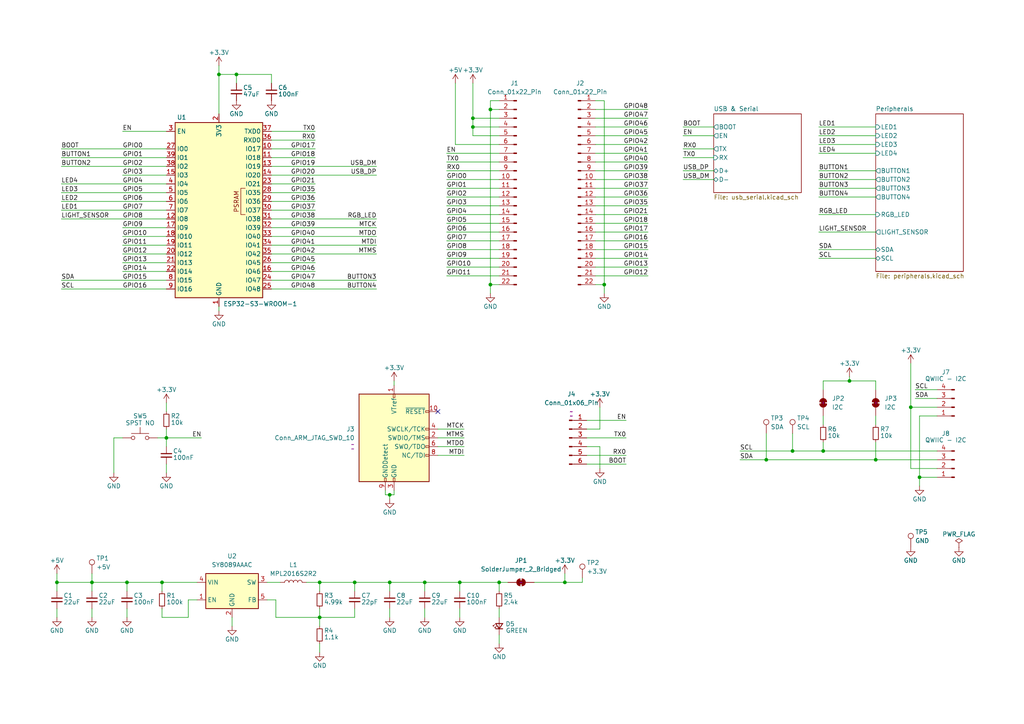
<source format=kicad_sch>
(kicad_sch (version 20240620) (generator "eeschema") (generator_version "8.99")
  (paper "A4")
  (title_block (title "FIIT ESP32 Kit") (date "2024-07-21") (rev "0.1") (company "FIIT STU") (comment 1 "Ing. Matej Pončák"))
  (lib_symbols
    (symbol "Connector:Conn_01x04_Pin" (pin_names (offset 1.016) hide)
      (property "Reference" "J" (at 0 5.08 0))
      (property "Value" "Conn_01x04_Pin" (at 0 -7.62 0))
      (symbol "Conn_01x04_Pin_1_1"
        (pin passive line (at 5.08 2.54 180) (length 3.81) (name "Pin_1") (number "1"))
        (pin passive line (at 5.08 0 180) (length 3.81) (name "Pin_2") (number "2"))
        (pin passive line (at 5.08 -2.54 180) (length 3.81) (name "Pin_3") (number "3"))
        (pin passive line (at 5.08 -5.08 180) (length 3.81) (name "Pin_4") (number "4"))
      )
    )
    (symbol "Connector:Conn_01x06_Pin" (pin_names (offset 1.016) hide)
      (property "Reference" "J" (at 0 7.62 0))
      (property "Value" "Conn_01x06_Pin" (at 0 -10.16 0))
      (symbol "Conn_01x06_Pin_1_1"
        (pin passive line (at 5.08 5.08 180) (length 3.81) (name "Pin_1") (number "1"))
        (pin passive line (at 5.08 2.54 180) (length 3.81) (name "Pin_2") (number "2"))
        (pin passive line (at 5.08 0 180) (length 3.81) (name "Pin_3") (number "3"))
        (pin passive line (at 5.08 -2.54 180) (length 3.81) (name "Pin_4") (number "4"))
        (pin passive line (at 5.08 -5.08 180) (length 3.81) (name "Pin_5") (number "5"))
        (pin passive line (at 5.08 -7.62 180) (length 3.81) (name "Pin_6") (number "6"))
      )
    )
    (symbol "Connector:Conn_01x22_Pin" (pin_names (offset 1.016) hide)
      (property "Reference" "J" (at 0 27.94 0))
      (property "Value" "Conn_01x22_Pin" (at 0 -30.48 0))
      (symbol "Conn_01x22_Pin_1_1"
        (pin passive line (at 5.08 25.4 180) (length 3.81) (name "Pin_1") (number "1"))
        (pin passive line (at 5.08 22.86 180) (length 3.81) (name "Pin_2") (number "2"))
        (pin passive line (at 5.08 20.32 180) (length 3.81) (name "Pin_3") (number "3"))
        (pin passive line (at 5.08 17.78 180) (length 3.81) (name "Pin_4") (number "4"))
        (pin passive line (at 5.08 15.24 180) (length 3.81) (name "Pin_5") (number "5"))
        (pin passive line (at 5.08 12.7 180) (length 3.81) (name "Pin_6") (number "6"))
        (pin passive line (at 5.08 10.16 180) (length 3.81) (name "Pin_7") (number "7"))
        (pin passive line (at 5.08 7.62 180) (length 3.81) (name "Pin_8") (number "8"))
        (pin passive line (at 5.08 5.08 180) (length 3.81) (name "Pin_9") (number "9"))
        (pin passive line (at 5.08 2.54 180) (length 3.81) (name "Pin_10") (number "10"))
        (pin passive line (at 5.08 0 180) (length 3.81) (name "Pin_11") (number "11"))
        (pin passive line (at 5.08 -2.54 180) (length 3.81) (name "Pin_12") (number "12"))
        (pin passive line (at 5.08 -5.08 180) (length 3.81) (name "Pin_13") (number "13"))
        (pin passive line (at 5.08 -7.62 180) (length 3.81) (name "Pin_14") (number "14"))
        (pin passive line (at 5.08 -10.16 180) (length 3.81) (name "Pin_15") (number "15"))
        (pin passive line (at 5.08 -12.7 180) (length 3.81) (name "Pin_16") (number "16"))
        (pin passive line (at 5.08 -15.24 180) (length 3.81) (name "Pin_17") (number "17"))
        (pin passive line (at 5.08 -17.78 180) (length 3.81) (name "Pin_18") (number "18"))
        (pin passive line (at 5.08 -20.32 180) (length 3.81) (name "Pin_19") (number "19"))
        (pin passive line (at 5.08 -22.86 180) (length 3.81) (name "Pin_20") (number "20"))
        (pin passive line (at 5.08 -25.4 180) (length 3.81) (name "Pin_21") (number "21"))
        (pin passive line (at 5.08 -27.94 180) (length 3.81) (name "Pin_22") (number "22"))
      )
    )
    (symbol "Connector:Conn_ARM_JTAG_SWD_10" (pin_names (offset 1.016))
      (property "Reference" "J" (at -2.54 16.51 0))
      (property "Value" "Conn_ARM_JTAG_SWD_10" (at -2.54 13.97 0))
      (symbol "Conn_ARM_JTAG_SWD_10_1_1"
        (pin no_connect line (at -10.16 0 0) (length 2.54) hide (name "KEY") (number "7"))
        (pin passive line (at -2.54 -15.24 90) (length 2.54) (name "GNDDetect") (number "9"))
        (pin power_in line (at 0 15.24 270) (length 2.54) (name "VTref") (number "1"))
        (pin power_in line (at 0 -15.24 90) (length 2.54) (name "GND") (number "3"))
        (pin passive line (at 0 -15.24 90) (length 2.54) hide (name "GND") (number "5"))
        (pin open_collector line (at 12.7 7.62 180) (length 2.54) (name "~{RESET}") (number "10"))
        (pin output line (at 12.7 2.54 180) (length 2.54) (name "SWCLK/TCK") (number "4"))
        (pin bidirectional line (at 12.7 0 180) (length 2.54) (name "SWDIO/TMS") (number "2"))
        (pin input line (at 12.7 -2.54 180) (length 2.54) (name "SWO/TDO") (number "6"))
        (pin output line (at 12.7 -5.08 180) (length 2.54) (name "NC/TDI") (number "8"))
      )
    )
    (symbol "Connector:TestPoint" (pin_numbers hide) (pin_names (offset 0.762) hide)
      (property "Reference" "TP" (at 0 6.858 0))
      (property "Value" "TestPoint" (at 0 5.08 0))
      (symbol "TestPoint_1_1"
        (pin passive line (at 0 0 90) (length 2.54) (name "1") (number "1"))
      )
    )
    (symbol "Device:C_Small" (pin_numbers hide) (pin_names (offset 0.254) hide)
      (property "Reference" "C" (at 0.254 1.778 0))
      (property "Value" "C_Small" (at 0.254 -2.032 0))
      (symbol "C_Small_1_1"
        (pin passive line (at 0 2.54 270) (length 2.032) (name "~") (number "1"))
        (pin passive line (at 0 -2.54 90) (length 2.032) (name "~") (number "2"))
      )
    )
    (symbol "Device:L" (pin_numbers hide) (pin_names (offset 1.016) hide)
      (property "Reference" "L" (at -1.27 0 90))
      (property "Value" "L" (at 1.905 0 90))
      (symbol "L_1_1"
        (pin passive line (at 0 3.81 270) (length 1.27) (name "1") (number "1"))
        (pin passive line (at 0 -3.81 90) (length 1.27) (name "2") (number "2"))
      )
    )
    (symbol "Device:LED_Small" (pin_numbers hide) (pin_names (offset 0.254) hide)
      (property "Reference" "D" (at -1.27 3.175 0))
      (property "Value" "LED_Small" (at -4.445 -2.54 0))
      (symbol "LED_Small_1_1"
        (pin passive line (at -2.54 0 0) (length 1.778) (name "K") (number "1"))
        (pin passive line (at 2.54 0 180) (length 1.778) (name "A") (number "2"))
      )
    )
    (symbol "Device:R_Small" (pin_numbers hide) (pin_names (offset 0.254) hide)
      (property "Reference" "R" (at 0.762 0.508 0))
      (property "Value" "R_Small" (at 0.762 -1.016 0))
      (symbol "R_Small_1_1"
        (pin passive line (at 0 2.54 270) (length 0.762) (name "~") (number "1"))
        (pin passive line (at 0 -2.54 90) (length 0.762) (name "~") (number "2"))
      )
    )
    (symbol "Jumper:SolderJumper_2_Bridged" (pin_numbers hide) (pin_names (offset 0) hide) (exclude_from_sim yes) (in_bom no)
      (property "Reference" "JP" (at 0 2.032 0))
      (property "Value" "SolderJumper_2_Bridged" (at 0 -2.54 0))
      (symbol "SolderJumper_2_Bridged_1_1"
        (pin passive line (at -3.81 0 0) (length 2.54) (name "A") (number "1"))
        (pin passive line (at 3.81 0 180) (length 2.54) (name "B") (number "2"))
      )
    )
    (symbol "RF_Module:ESP32-S3-WROOM-1"
      (property "Reference" "U" (at -12.7 26.67 0))
      (property "Value" "ESP32-S3-WROOM-1" (at 12.7 26.67 0))
      (symbol "ESP32-S3-WROOM-1_0_0"
        (text "PSRAM" (at 5.08 2.54 900) (effects (font (size 1.27 1.27))))
      )
      (symbol "ESP32-S3-WROOM-1_1_1"
        (pin input line (at -15.24 22.86 0) (length 2.54) (name "EN") (number "3"))
        (pin bidirectional line (at -15.24 17.78 0) (length 2.54) (name "IO0") (number "27"))
        (pin bidirectional line (at -15.24 15.24 0) (length 2.54) (name "IO1") (number "39"))
        (pin bidirectional line (at -15.24 12.7 0) (length 2.54) (name "IO2") (number "38"))
        (pin bidirectional line (at -15.24 10.16 0) (length 2.54) (name "IO3") (number "15"))
        (pin bidirectional line (at -15.24 7.62 0) (length 2.54) (name "IO4") (number "4"))
        (pin bidirectional line (at -15.24 5.08 0) (length 2.54) (name "IO5") (number "5"))
        (pin bidirectional line (at -15.24 2.54 0) (length 2.54) (name "IO6") (number "6"))
        (pin bidirectional line (at -15.24 0 0) (length 2.54) (name "IO7") (number "7"))
        (pin bidirectional line (at -15.24 -2.54 0) (length 2.54) (name "IO8") (number "12"))
        (pin bidirectional line (at -15.24 -5.08 0) (length 2.54) (name "IO9") (number "17"))
        (pin bidirectional line (at -15.24 -7.62 0) (length 2.54) (name "IO10") (number "18"))
        (pin bidirectional line (at -15.24 -10.16 0) (length 2.54) (name "IO11") (number "19"))
        (pin bidirectional line (at -15.24 -12.7 0) (length 2.54) (name "IO12") (number "20"))
        (pin bidirectional line (at -15.24 -15.24 0) (length 2.54) (name "IO13") (number "21"))
        (pin bidirectional line (at -15.24 -17.78 0) (length 2.54) (name "IO14") (number "22"))
        (pin bidirectional line (at -15.24 -20.32 0) (length 2.54) (name "IO15") (number "8"))
        (pin bidirectional line (at -15.24 -22.86 0) (length 2.54) (name "IO16") (number "9"))
        (pin power_in line (at 0 27.94 270) (length 2.54) (name "3V3") (number "2"))
        (pin power_in line (at 0 -27.94 90) (length 2.54) (name "GND") (number "1"))
        (pin passive line (at 0 -27.94 90) (length 2.54) hide (name "GND") (number "40"))
        (pin passive line (at 0 -27.94 90) (length 2.54) hide (name "GND") (number "41"))
        (pin bidirectional line (at 15.24 22.86 180) (length 2.54) (name "TXD0") (number "37"))
        (pin bidirectional line (at 15.24 20.32 180) (length 2.54) (name "RXD0") (number "36"))
        (pin bidirectional line (at 15.24 17.78 180) (length 2.54) (name "IO17") (number "10"))
        (pin bidirectional line (at 15.24 15.24 180) (length 2.54) (name "IO18") (number "11"))
        (pin bidirectional line (at 15.24 12.7 180) (length 2.54) (name "IO19") (number "13"))
        (pin bidirectional line (at 15.24 10.16 180) (length 2.54) (name "IO20") (number "14"))
        (pin bidirectional line (at 15.24 7.62 180) (length 2.54) (name "IO21") (number "23"))
        (pin bidirectional line (at 15.24 5.08 180) (length 2.54) (name "IO35") (number "28"))
        (pin bidirectional line (at 15.24 2.54 180) (length 2.54) (name "IO36") (number "29"))
        (pin bidirectional line (at 15.24 0 180) (length 2.54) (name "IO37") (number "30"))
        (pin bidirectional line (at 15.24 -2.54 180) (length 2.54) (name "IO38") (number "31"))
        (pin bidirectional line (at 15.24 -5.08 180) (length 2.54) (name "IO39") (number "32"))
        (pin bidirectional line (at 15.24 -7.62 180) (length 2.54) (name "IO40") (number "33"))
        (pin bidirectional line (at 15.24 -10.16 180) (length 2.54) (name "IO41") (number "34"))
        (pin bidirectional line (at 15.24 -12.7 180) (length 2.54) (name "IO42") (number "35"))
        (pin bidirectional line (at 15.24 -15.24 180) (length 2.54) (name "IO45") (number "26"))
        (pin bidirectional line (at 15.24 -17.78 180) (length 2.54) (name "IO46") (number "16"))
        (pin bidirectional line (at 15.24 -20.32 180) (length 2.54) (name "IO47") (number "24"))
        (pin bidirectional line (at 15.24 -22.86 180) (length 2.54) (name "IO48") (number "25"))
      )
    )
    (symbol "Regulator_Switching:PAM2301CAABADJ"
      (property "Reference" "U" (at -7.62 6.35 0))
      (property "Value" "PAM2301CAABADJ" (at -2.54 6.35 0))
      (symbol "PAM2301CAABADJ_1_1"
        (pin power_in line (at -10.16 2.54 0) (length 2.54) (name "VIN") (number "4"))
        (pin input line (at -10.16 -2.54 0) (length 2.54) (name "EN") (number "1"))
        (pin power_in line (at 0 -7.62 90) (length 2.54) (name "GND") (number "2"))
        (pin power_out line (at 10.16 2.54 180) (length 2.54) (name "SW") (number "3"))
        (pin input line (at 10.16 -2.54 180) (length 2.54) (name "FB") (number "5"))
      )
    )
    (symbol "Switch:SW_Push" (pin_numbers hide) (pin_names (offset 1.016) hide)
      (property "Reference" "SW" (at 1.27 2.54 0))
      (property "Value" "SW_Push" (at 0 -1.524 0))
      (symbol "SW_Push_0_1"
        (pin passive line (at -5.08 0 0) (length 2.54) (name "1") (number "1"))
        (pin passive line (at 5.08 0 180) (length 2.54) (name "2") (number "2"))
      )
    )
    (symbol "power:+3.3V" (power) (pin_names (offset 0))
      (property "Value" "+3.3V" (at 0 3.556 0))
      (symbol "+3.3V_1_1"
        (pin power_in line (at 0 0 90) (length 0) hide (name "+3.3V") (number "1"))
      )
    )
    (symbol "power:+5V" (power) (pin_names (offset 0))
      (property "Value" "+5V" (at 0 3.556 0))
      (symbol "+5V_1_1"
        (pin power_in line (at 0 0 90) (length 0) hide (name "+5V") (number "1"))
      )
    )
    (symbol "power:GND" (power) (pin_names (offset 0))
      (property "Value" "GND" (at 0 -3.81 0))
      (symbol "GND_1_1"
        (pin power_in line (at 0 0 270) (length 0) hide (name "GND") (number "1"))
      )
    )
    (symbol "power:PWR_FLAG" (power) (pin_numbers hide) (pin_names (offset 0) hide)
      (property "Value" "PWR_FLAG" (at 0 3.81 0))
      (symbol "PWR_FLAG_0_0"
        (pin power_out line (at 0 0 90) (length 0) (name "pwr") (number "1"))
      )
    )
  )
  (junction (at 113.03 168.91))
  (junction (at 254 133.35))
  (junction (at 142.24 82.55))
  (junction (at 46.99 168.91))
  (junction (at 16.51 168.91))
  (junction (at 26.67 168.91))
  (junction (at 266.7 138.43))
  (junction (at 113.03 143.51))
  (junction (at 137.16 34.29))
  (junction (at 222.25 133.35))
  (junction (at 68.58 21.59))
  (junction (at 36.83 168.91))
  (junction (at 229.87 130.81))
  (junction (at 175.26 82.55))
  (junction (at 92.71 168.91))
  (junction (at 92.71 179.07))
  (junction (at 48.26 127))
  (junction (at 133.35 168.91))
  (junction (at 123.19 168.91))
  (junction (at 63.5 21.59))
  (junction (at 142.24 31.75))
  (junction (at 246.38 110.49))
  (junction (at 163.83 168.91))
  (junction (at 137.16 36.83))
  (junction (at 264.16 118.11))
  (junction (at 238.76 130.81))
  (junction (at 144.78 168.91))
  (junction (at 102.87 168.91))
  (no_connect (at 127 119.38))
  (wire (pts (xy 172.72 31.75) (xy 187.96 31.75)))
  (wire (pts (xy 102.87 176.53) (xy 102.87 179.07)))
  (wire (pts (xy 170.18 129.54) (xy 173.99 129.54)))
  (wire (pts (xy 78.74 71.12) (xy 109.22 71.12)))
  (wire (pts (xy 46.99 179.07) (xy 46.99 176.53)))
  (wire (pts (xy 187.96 41.91) (xy 172.72 41.91)))
  (wire (pts (xy 68.58 24.13) (xy 68.58 21.59)))
  (wire (pts (xy 88.9 168.91) (xy 92.71 168.91)))
  (wire (pts (xy 222.25 133.35) (xy 254 133.35)))
  (wire (pts (xy 17.78 53.34) (xy 48.26 53.34)))
  (wire (pts (xy 144.78 36.83) (xy 137.16 36.83)))
  (wire (pts (xy 144.78 184.15) (xy 144.78 186.69)))
  (wire (pts (xy 222.25 125.73) (xy 222.25 133.35)))
  (wire (pts (xy 198.12 49.53) (xy 207.01 49.53)))
  (wire (pts (xy 238.76 128.27) (xy 238.76 130.81)))
  (wire (pts (xy 92.71 179.07) (xy 92.71 181.61)))
  (wire (pts (xy 187.96 39.37) (xy 172.72 39.37)))
  (wire (pts (xy 17.78 83.82) (xy 48.26 83.82)))
  (wire (pts (xy 91.44 60.96) (xy 78.74 60.96)))
  (wire (pts (xy 17.78 81.28) (xy 48.26 81.28)))
  (wire (pts (xy 254 123.19) (xy 254 120.65)))
  (wire (pts (xy 134.62 124.46) (xy 127 124.46)))
  (wire (pts (xy 144.78 168.91) (xy 147.32 168.91)))
  (wire (pts (xy 114.3 143.51) (xy 113.03 143.51)))
  (wire (pts (xy 132.08 41.91) (xy 132.08 24.13)))
  (wire (pts (xy 129.54 44.45) (xy 144.78 44.45)))
  (wire (pts (xy 57.15 173.99) (xy 54.61 173.99)))
  (wire (pts (xy 237.49 57.15) (xy 254 57.15)))
  (wire (pts (xy 92.71 186.69) (xy 92.71 189.23)))
  (wire (pts (xy 168.91 168.91) (xy 163.83 168.91)))
  (wire (pts (xy 187.96 36.83) (xy 172.72 36.83)))
  (wire (pts (xy 102.87 168.91) (xy 102.87 171.45)))
  (wire (pts (xy 237.49 36.83) (xy 254 36.83)))
  (wire (pts (xy 144.78 168.91) (xy 133.35 168.91)))
  (wire (pts (xy 129.54 46.99) (xy 144.78 46.99)))
  (wire (pts (xy 237.49 74.93) (xy 254 74.93)))
  (wire (pts (xy 144.78 34.29) (xy 137.16 34.29)))
  (wire (pts (xy 54.61 179.07) (xy 46.99 179.07)))
  (wire (pts (xy 237.49 72.39) (xy 254 72.39)))
  (wire (pts (xy 265.43 113.03) (xy 271.78 113.03)))
  (wire (pts (xy 17.78 55.88) (xy 48.26 55.88)))
  (wire (pts (xy 187.96 67.31) (xy 172.72 67.31)))
  (wire (pts (xy 238.76 123.19) (xy 238.76 120.65)))
  (wire (pts (xy 144.78 39.37) (xy 137.16 39.37)))
  (wire (pts (xy 238.76 113.03) (xy 238.76 110.49)))
  (wire (pts (xy 254 113.03) (xy 254 110.49)))
  (wire (pts (xy 54.61 173.99) (xy 54.61 179.07)))
  (wire (pts (xy 163.83 168.91) (xy 163.83 166.37)))
  (wire (pts (xy 63.5 21.59) (xy 63.5 33.02)))
  (wire (pts (xy 172.72 82.55) (xy 175.26 82.55)))
  (wire (pts (xy 129.54 77.47) (xy 144.78 77.47)))
  (wire (pts (xy 35.56 78.74) (xy 48.26 78.74)))
  (wire (pts (xy 175.26 29.21) (xy 175.26 82.55)))
  (wire (pts (xy 187.96 49.53) (xy 172.72 49.53)))
  (wire (pts (xy 35.56 66.04) (xy 48.26 66.04)))
  (wire (pts (xy 48.26 134.62) (xy 48.26 137.16)))
  (wire (pts (xy 144.78 41.91) (xy 132.08 41.91)))
  (wire (pts (xy 170.18 127) (xy 181.61 127)))
  (wire (pts (xy 198.12 36.83) (xy 207.01 36.83)))
  (wire (pts (xy 68.58 21.59) (xy 78.74 21.59)))
  (wire (pts (xy 144.78 176.53) (xy 144.78 179.07)))
  (wire (pts (xy 170.18 124.46) (xy 173.99 124.46)))
  (wire (pts (xy 144.78 171.45) (xy 144.78 168.91)))
  (wire (pts (xy 102.87 179.07) (xy 92.71 179.07)))
  (wire (pts (xy 80.01 179.07) (xy 92.71 179.07)))
  (wire (pts (xy 187.96 46.99) (xy 172.72 46.99)))
  (wire (pts (xy 129.54 59.69) (xy 144.78 59.69)))
  (wire (pts (xy 113.03 168.91) (xy 102.87 168.91)))
  (wire (pts (xy 237.49 49.53) (xy 254 49.53)))
  (wire (pts (xy 63.5 21.59) (xy 63.5 19.05)))
  (wire (pts (xy 271.78 138.43) (xy 266.7 138.43)))
  (wire (pts (xy 246.38 110.49) (xy 246.38 109.22)))
  (wire (pts (xy 142.24 29.21) (xy 144.78 29.21)))
  (wire (pts (xy 77.47 168.91) (xy 81.28 168.91)))
  (wire (pts (xy 237.49 67.31) (xy 254 67.31)))
  (wire (pts (xy 16.51 176.53) (xy 16.51 179.07)))
  (wire (pts (xy 172.72 29.21) (xy 175.26 29.21)))
  (wire (pts (xy 78.74 48.26) (xy 109.22 48.26)))
  (wire (pts (xy 271.78 120.65) (xy 266.7 120.65)))
  (wire (pts (xy 91.44 78.74) (xy 78.74 78.74)))
  (wire (pts (xy 36.83 168.91) (xy 36.83 171.45)))
  (wire (pts (xy 198.12 43.18) (xy 207.01 43.18)))
  (wire (pts (xy 129.54 49.53) (xy 144.78 49.53)))
  (wire (pts (xy 198.12 39.37) (xy 207.01 39.37)))
  (wire (pts (xy 134.62 129.54) (xy 127 129.54)))
  (wire (pts (xy 67.31 179.07) (xy 67.31 181.61)))
  (wire (pts (xy 237.49 54.61) (xy 254 54.61)))
  (wire (pts (xy 133.35 168.91) (xy 133.35 171.45)))
  (wire (pts (xy 129.54 67.31) (xy 144.78 67.31)))
  (wire (pts (xy 254 133.35) (xy 271.78 133.35)))
  (wire (pts (xy 198.12 52.07) (xy 207.01 52.07)))
  (wire (pts (xy 78.74 40.64) (xy 91.44 40.64)))
  (wire (pts (xy 91.44 55.88) (xy 78.74 55.88)))
  (wire (pts (xy 35.56 73.66) (xy 48.26 73.66)))
  (wire (pts (xy 91.44 45.72) (xy 78.74 45.72)))
  (wire (pts (xy 113.03 176.53) (xy 113.03 179.07)))
  (wire (pts (xy 264.16 118.11) (xy 264.16 135.89)))
  (wire (pts (xy 26.67 176.53) (xy 26.67 179.07)))
  (wire (pts (xy 229.87 130.81) (xy 238.76 130.81)))
  (wire (pts (xy 187.96 77.47) (xy 172.72 77.47)))
  (wire (pts (xy 237.49 62.23) (xy 254 62.23)))
  (wire (pts (xy 170.18 134.62) (xy 181.61 134.62)))
  (wire (pts (xy 144.78 82.55) (xy 142.24 82.55)))
  (wire (pts (xy 46.99 168.91) (xy 57.15 168.91)))
  (wire (pts (xy 229.87 125.73) (xy 229.87 130.81)))
  (wire (pts (xy 142.24 82.55) (xy 142.24 85.09)))
  (wire (pts (xy 246.38 110.49) (xy 254 110.49)))
  (wire (pts (xy 77.47 173.99) (xy 80.01 173.99)))
  (wire (pts (xy 36.83 168.91) (xy 46.99 168.91)))
  (wire (pts (xy 17.78 60.96) (xy 48.26 60.96)))
  (wire (pts (xy 91.44 53.34) (xy 78.74 53.34)))
  (wire (pts (xy 48.26 124.46) (xy 48.26 127)))
  (wire (pts (xy 114.3 142.24) (xy 114.3 143.51)))
  (wire (pts (xy 78.74 63.5) (xy 109.22 63.5)))
  (wire (pts (xy 237.49 52.07) (xy 254 52.07)))
  (wire (pts (xy 35.56 38.1) (xy 48.26 38.1)))
  (wire (pts (xy 254 128.27) (xy 254 133.35)))
  (wire (pts (xy 17.78 63.5) (xy 48.26 63.5)))
  (wire (pts (xy 187.96 69.85) (xy 172.72 69.85)))
  (wire (pts (xy 16.51 171.45) (xy 16.51 168.91)))
  (wire (pts (xy 80.01 173.99) (xy 80.01 179.07)))
  (wire (pts (xy 214.63 130.81) (xy 229.87 130.81)))
  (wire (pts (xy 16.51 168.91) (xy 26.67 168.91)))
  (wire (pts (xy 48.26 127) (xy 48.26 129.54)))
  (wire (pts (xy 68.58 21.59) (xy 63.5 21.59)))
  (wire (pts (xy 187.96 72.39) (xy 172.72 72.39)))
  (wire (pts (xy 92.71 168.91) (xy 92.71 171.45)))
  (wire (pts (xy 187.96 80.01) (xy 172.72 80.01)))
  (wire (pts (xy 238.76 130.81) (xy 271.78 130.81)))
  (wire (pts (xy 137.16 34.29) (xy 137.16 24.13)))
  (wire (pts (xy 17.78 48.26) (xy 48.26 48.26)))
  (wire (pts (xy 92.71 176.53) (xy 92.71 179.07)))
  (wire (pts (xy 187.96 54.61) (xy 172.72 54.61)))
  (wire (pts (xy 48.26 127) (xy 58.42 127)))
  (wire (pts (xy 129.54 54.61) (xy 144.78 54.61)))
  (wire (pts (xy 137.16 39.37) (xy 137.16 36.83)))
  (wire (pts (xy 78.74 38.1) (xy 91.44 38.1)))
  (wire (pts (xy 111.76 143.51) (xy 111.76 142.24)))
  (wire (pts (xy 142.24 31.75) (xy 142.24 82.55)))
  (wire (pts (xy 91.44 58.42) (xy 78.74 58.42)))
  (wire (pts (xy 237.49 44.45) (xy 254 44.45)))
  (wire (pts (xy 33.02 127) (xy 33.02 137.16)))
  (wire (pts (xy 214.63 133.35) (xy 222.25 133.35)))
  (wire (pts (xy 78.74 73.66) (xy 109.22 73.66)))
  (wire (pts (xy 91.44 43.18) (xy 78.74 43.18)))
  (wire (pts (xy 113.03 168.91) (xy 113.03 171.45)))
  (wire (pts (xy 198.12 45.72) (xy 207.01 45.72)))
  (wire (pts (xy 237.49 41.91) (xy 254 41.91)))
  (wire (pts (xy 142.24 29.21) (xy 142.24 31.75)))
  (wire (pts (xy 170.18 121.92) (xy 181.61 121.92)))
  (wire (pts (xy 78.74 66.04) (xy 109.22 66.04)))
  (wire (pts (xy 264.16 135.89) (xy 271.78 135.89)))
  (wire (pts (xy 187.96 59.69) (xy 172.72 59.69)))
  (wire (pts (xy 142.24 31.75) (xy 144.78 31.75)))
  (wire (pts (xy 129.54 57.15) (xy 144.78 57.15)))
  (wire (pts (xy 78.74 81.28) (xy 109.22 81.28)))
  (wire (pts (xy 187.96 74.93) (xy 172.72 74.93)))
  (wire (pts (xy 264.16 105.41) (xy 264.16 118.11)))
  (wire (pts (xy 17.78 58.42) (xy 48.26 58.42)))
  (wire (pts (xy 45.72 127) (xy 48.26 127)))
  (wire (pts (xy 129.54 64.77) (xy 144.78 64.77)))
  (wire (pts (xy 17.78 45.72) (xy 48.26 45.72)))
  (wire (pts (xy 35.56 68.58) (xy 48.26 68.58)))
  (wire (pts (xy 26.67 168.91) (xy 36.83 168.91)))
  (wire (pts (xy 91.44 76.2) (xy 78.74 76.2)))
  (wire (pts (xy 173.99 124.46) (xy 173.99 118.11)))
  (wire (pts (xy 266.7 138.43) (xy 266.7 140.97)))
  (wire (pts (xy 123.19 168.91) (xy 123.19 171.45)))
  (wire (pts (xy 35.56 50.8) (xy 48.26 50.8)))
  (wire (pts (xy 46.99 168.91) (xy 46.99 171.45)))
  (wire (pts (xy 123.19 176.53) (xy 123.19 179.07)))
  (wire (pts (xy 129.54 52.07) (xy 144.78 52.07)))
  (wire (pts (xy 134.62 132.08) (xy 127 132.08)))
  (wire (pts (xy 175.26 82.55) (xy 175.26 85.09)))
  (wire (pts (xy 266.7 120.65) (xy 266.7 138.43)))
  (wire (pts (xy 17.78 43.18) (xy 48.26 43.18)))
  (wire (pts (xy 48.26 116.84) (xy 48.26 119.38)))
  (wire (pts (xy 265.43 115.57) (xy 271.78 115.57)))
  (wire (pts (xy 26.67 166.37) (xy 26.67 168.91)))
  (wire (pts (xy 187.96 64.77) (xy 172.72 64.77)))
  (wire (pts (xy 187.96 57.15) (xy 172.72 57.15)))
  (wire (pts (xy 154.94 168.91) (xy 163.83 168.91)))
  (wire (pts (xy 102.87 168.91) (xy 92.71 168.91)))
  (wire (pts (xy 114.3 110.49) (xy 114.3 111.76)))
  (wire (pts (xy 133.35 168.91) (xy 123.19 168.91)))
  (wire (pts (xy 187.96 44.45) (xy 172.72 44.45)))
  (wire (pts (xy 129.54 62.23) (xy 144.78 62.23)))
  (wire (pts (xy 35.56 127) (xy 33.02 127)))
  (wire (pts (xy 264.16 118.11) (xy 271.78 118.11)))
  (wire (pts (xy 187.96 34.29) (xy 172.72 34.29)))
  (wire (pts (xy 123.19 168.91) (xy 113.03 168.91)))
  (wire (pts (xy 113.03 143.51) (xy 113.03 144.78)))
  (wire (pts (xy 137.16 36.83) (xy 137.16 34.29)))
  (wire (pts (xy 237.49 39.37) (xy 254 39.37)))
  (wire (pts (xy 187.96 52.07) (xy 172.72 52.07)))
  (wire (pts (xy 129.54 72.39) (xy 144.78 72.39)))
  (wire (pts (xy 134.62 127) (xy 127 127)))
  (wire (pts (xy 129.54 69.85) (xy 144.78 69.85)))
  (wire (pts (xy 63.5 88.9) (xy 63.5 90.17)))
  (wire (pts (xy 168.91 167.64) (xy 168.91 168.91)))
  (wire (pts (xy 78.74 68.58) (xy 109.22 68.58)))
  (wire (pts (xy 78.74 50.8) (xy 109.22 50.8)))
  (wire (pts (xy 133.35 176.53) (xy 133.35 179.07)))
  (wire (pts (xy 78.74 24.13) (xy 78.74 21.59)))
  (wire (pts (xy 26.67 168.91) (xy 26.67 171.45)))
  (wire (pts (xy 173.99 129.54) (xy 173.99 135.89)))
  (wire (pts (xy 129.54 74.93) (xy 144.78 74.93)))
  (wire (pts (xy 16.51 166.37) (xy 16.51 168.91)))
  (wire (pts (xy 170.18 132.08) (xy 181.61 132.08)))
  (wire (pts (xy 113.03 143.51) (xy 111.76 143.51)))
  (wire (pts (xy 35.56 71.12) (xy 48.26 71.12)))
  (wire (pts (xy 238.76 110.49) (xy 246.38 110.49)))
  (wire (pts (xy 35.56 76.2) (xy 48.26 76.2)))
  (wire (pts (xy 129.54 80.01) (xy 144.78 80.01)))
  (wire (pts (xy 36.83 176.53) (xy 36.83 179.07)))
  (wire (pts (xy 187.96 62.23) (xy 172.72 62.23)))
  (wire (pts (xy 78.74 83.82) (xy 109.22 83.82)))
  (label "RX0" (at 198.12 43.18 0))
  (label "GPIO15" (at 187.96 72.39 180))
  (label "GPIO18" (at 91.44 45.72 180))
  (label "BOOT" (at 17.78 43.18 0))
  (label "GPIO11" (at 129.54 80.01 0))
  (label "RGB_LED" (at 109.22 63.5 180))
  (label "LED4" (at 17.78 53.34 0))
  (label "GPIO39" (at 91.44 66.04 180))
  (label "GPIO17" (at 187.96 67.31 180))
  (label "TX0" (at 129.54 46.99 0))
  (label "RX0" (at 129.54 49.53 0))
  (label "BUTTON1" (at 17.78 45.72 0))
  (label "LED1" (at 237.49 36.83 0))
  (label "GPIO21" (at 187.96 62.23 180))
  (label "GPIO2" (at 129.54 57.15 0))
  (label "MTCK" (at 134.62 124.46 180))
  (label "MTMS" (at 109.22 73.66 180))
  (label "GPIO3" (at 129.54 59.69 0))
  (label "GPIO7" (at 35.56 60.96 0))
  (label "LED3" (at 17.78 55.88 0))
  (label "GPIO6" (at 129.54 67.31 0))
  (label "RGB_LED" (at 237.49 62.23 0))
  (label "GPIO4" (at 35.56 53.34 0))
  (label "MTCK" (at 109.22 66.04 180))
  (label "GPIO13" (at 187.96 77.47 180))
  (label "MTMS" (at 134.62 127 180))
  (label "GPIO10" (at 35.56 68.58 0))
  (label "GPIO8" (at 129.54 72.39 0))
  (label "GPIO40" (at 187.96 46.99 180))
  (label "TX0" (at 181.61 127 180))
  (label "GPIO36" (at 91.44 58.42 180))
  (label "GPIO12" (at 187.96 80.01 180))
  (label "LIGHT_SENSOR" (at 237.49 67.31 0))
  (label "BUTTON3" (at 109.22 81.28 180))
  (label "GPIO0" (at 35.56 43.18 0))
  (label "GPIO36" (at 187.96 57.15 180))
  (label "BOOT" (at 198.12 36.83 0))
  (label "GPIO45" (at 187.96 39.37 180))
  (label "LED4" (at 237.49 44.45 0))
  (label "LED2" (at 237.49 39.37 0))
  (label "USB_DM" (at 109.22 48.26 180))
  (label "BUTTON1" (at 237.49 49.53 0))
  (label "SCL" (at 17.78 83.82 0))
  (label "GPIO8" (at 35.56 63.5 0))
  (label "GPIO6" (at 35.56 58.42 0))
  (label "MTDO" (at 109.22 68.58 180))
  (label "BUTTON3" (at 237.49 54.61 0))
  (label "SDA" (at 237.49 72.39 0))
  (label "GPIO42" (at 91.44 73.66 180))
  (label "GPIO14" (at 35.56 78.74 0))
  (label "RX0" (at 181.61 132.08 180))
  (label "LED3" (at 237.49 41.91 0))
  (label "GPIO2" (at 35.56 48.26 0))
  (label "GPIO47" (at 187.96 34.29 180))
  (label "LED2" (at 17.78 58.42 0))
  (label "BUTTON4" (at 237.49 57.15 0))
  (label "EN" (at 35.56 38.1 0))
  (label "GPIO3" (at 35.56 50.8 0))
  (label "USB_DM" (at 198.12 52.07 0))
  (label "EN" (at 58.42 127 180))
  (label "GPIO46" (at 187.96 36.83 180))
  (label "USB_DP" (at 198.12 49.53 0))
  (label "MTDI" (at 109.22 71.12 180))
  (label "GPIO1" (at 35.56 45.72 0))
  (label "SDA" (at 214.63 133.35 0))
  (label "GPIO0" (at 129.54 52.07 0))
  (label "GPIO41" (at 91.44 71.12 180))
  (label "GPIO5" (at 35.56 55.88 0))
  (label "GPIO16" (at 187.96 69.85 180))
  (label "GPIO38" (at 187.96 52.07 180))
  (label "GPIO7" (at 129.54 69.85 0))
  (label "LIGHT_SENSOR" (at 17.78 63.5 0))
  (label "LED1" (at 17.78 60.96 0))
  (label "GPIO38" (at 91.44 63.5 180))
  (label "SDA" (at 265.43 115.57 0))
  (label "GPIO12" (at 35.56 73.66 0))
  (label "GPIO21" (at 91.44 53.34 180))
  (label "GPIO13" (at 35.56 76.2 0))
  (label "GPIO41" (at 187.96 44.45 180))
  (label "GPIO5" (at 129.54 64.77 0))
  (label "GPIO48" (at 91.44 83.82 180))
  (label "USB_DP" (at 109.22 50.8 180))
  (label "GPIO19" (at 91.44 48.26 180))
  (label "GPIO20" (at 91.44 50.8 180))
  (label "GPIO47" (at 91.44 81.28 180))
  (label "GPIO18" (at 187.96 64.77 180))
  (label "GPIO9" (at 35.56 66.04 0))
  (label "GPIO39" (at 187.96 49.53 180))
  (label "EN" (at 129.54 44.45 0))
  (label "GPIO40" (at 91.44 68.58 180))
  (label "BUTTON4" (at 109.22 83.82 180))
  (label "SCL" (at 265.43 113.03 0))
  (label "GPIO45" (at 91.44 76.2 180))
  (label "GPIO9" (at 129.54 74.93 0))
  (label "SCL" (at 214.63 130.81 0))
  (label "BUTTON2" (at 17.78 48.26 0))
  (label "GPIO37" (at 91.44 60.96 180))
  (label "TX0" (at 91.44 38.1 180))
  (label "GPIO48" (at 187.96 31.75 180))
  (label "GPIO37" (at 187.96 54.61 180))
  (label "MTDO" (at 134.62 129.54 180))
  (label "TX0" (at 198.12 45.72 0))
  (label "SCL" (at 237.49 74.93 0))
  (label "BOOT" (at 181.61 134.62 180))
  (label "GPIO11" (at 35.56 71.12 0))
  (label "EN" (at 181.61 121.92 180))
  (label "EN" (at 198.12 39.37 0))
  (label "GPIO42" (at 187.96 41.91 180))
  (label "GPIO16" (at 35.56 83.82 0))
  (label "GPIO10" (at 129.54 77.47 0))
  (label "MTDI" (at 134.62 132.08 180))
  (label "SDA" (at 17.78 81.28 0))
  (label "GPIO17" (at 91.44 43.18 180))
  (label "GPIO1" (at 129.54 54.61 0))
  (label "GPIO35" (at 91.44 55.88 180))
  (label "BUTTON2" (at 237.49 52.07 0))
  (label "GPIO14" (at 187.96 74.93 180))
  (label "GPIO15" (at 35.56 81.28 0))
  (label "RX0" (at 91.44 40.64 180))
  (label "GPIO35" (at 187.96 59.69 180))
  (label "GPIO4" (at 129.54 62.23 0))
  (label "GPIO46" (at 91.44 78.74 180))
  (symbol (lib_id "Device:L") (at 85.09 168.91 90) (unit 1)
    (property "Reference" "L1" (at 85.09 163.83 90))
    (property "Value" "MPL2016S2R2" (at 85.09 166.37 90))
    (property "Footprint" "FIIT_Kit:INDC2116X100N" (effects (hide yes)))
    (property "Description" "Inductor" (effects (hide yes)))
    (property "LCSC" "C42215" (effects (hide yes)))
    (property "Manufacturer Part Number" "MPL2016S2R2MHT" (effects (hide yes)))
  )
  (symbol (lib_id "power:GND") (at 16.51 179.07 0) (unit 1)
    (property "Reference" "#PWR02" (effects (hide yes)))
    (property "Value" "GND" (at 16.51 182.88 0))
    (property "Description" "Power symbol creates a global label with name \"GND\" , ground" (effects (hide yes)))
  )
  (symbol (lib_id "power:+3.3V") (at 264.16 105.41 0) (unit 1)
    (property "Reference" "#PWR028" (effects (hide yes)))
    (property "Value" "+3.3V" (at 264.16 101.6 0))
    (property "Description" "Power symbol creates a global label with name \"+3.3V\"" (effects (hide yes)))
  )
  (symbol (lib_id "Jumper:SolderJumper_2_Bridged") (at 238.76 116.84 90) (unit 1) (exclude_from_sim yes) (in_bom no)
    (property "Reference" "JP2" (at 241.3 115.5699 90) (effects (justify right)))
    (property "Value" "I2C" (at 241.3 118.1099 90) (effects (justify right)))
    (property "Footprint" "Jumper:SolderJumper-2_P1.3mm_Bridged_RoundedPad1.0x1.5mm" (effects (hide yes)))
    (property "Description" "Solder Jumper, 2-pole, closed/bridged" (effects (hide yes)))
    (property "LCSC" "~" (at 238.76 116.84 0))
    (property "Manufacturer Part Number" "~" (at 238.76 116.84 0))
  )
  (symbol (lib_id "Connector:TestPoint") (at 168.91 167.64 0) (unit 1)
    (property "Reference" "TP2" (at 170.18 163.195 0) (effects (justify left)))
    (property "Value" "+3.3V" (at 170.18 165.735 0) (effects (justify left)))
    (property "Footprint" "TestPoint:TestPoint_Pad_D1.5mm" (effects (hide yes)))
    (property "Description" "test point" (effects (hide yes)))
  )
  (symbol (lib_id "power:GND") (at 278.13 158.75 0) (unit 1)
    (property "Reference" "#PWR031" (effects (hide yes)))
    (property "Value" "GND" (at 278.13 162.56 0))
    (property "Description" "Power symbol creates a global label with name \"GND\" , ground" (effects (hide yes)))
  )
  (symbol (lib_id "Device:C_Small") (at 68.58 26.67 0) (unit 1)
    (property "Reference" "C5" (at 70.485 25.4 0) (effects (justify left)))
    (property "Value" "47uF" (at 70.485 27.305 0) (effects (justify left)))
    (property "Footprint" "Capacitor_SMD:C_0805_2012Metric" (effects (hide yes)))
    (property "Description" "Unpolarized capacitor, small symbol" (effects (hide yes)))
    (property "Manufacturer Part Number" "CL21A476MQYNNNE" (effects (hide yes)))
    (property "LCSC" "C16780" (effects (hide yes)))
  )
  (symbol (lib_id "power:+5V") (at 132.08 24.13 0) (unit 1)
    (property "Reference" "#PWR018" (effects (hide yes)))
    (property "Value" "+5V" (at 132.08 20.32 0))
    (property "Description" "Power symbol creates a global label with name \"+5V\"" (effects (hide yes)))
  )
  (symbol (lib_id "Device:R_Small") (at 48.26 121.92 0) (unit 1)
    (property "Reference" "R2" (at 49.53 120.65 0) (effects (justify left)))
    (property "Value" "10k" (at 49.53 122.555 0) (effects (justify left)))
    (property "Footprint" "Resistor_SMD:R_0603_1608Metric" (effects (hide yes)))
    (property "Description" "Resistor, small symbol" (effects (hide yes)))
    (property "LCSC" "C25804" (effects (hide yes)))
    (property "Manufacturer Part Number" "0603WAF1002T5E" (effects (hide yes)))
  )
  (symbol (lib_id "Connector:Conn_01x04_Pin") (at 276.86 135.89 180) (unit 1)
    (property "Reference" "J8" (at 274.32 125.73 0))
    (property "Value" "QWIIC - I2C" (at 274.32 127.635 0))
    (property "Footprint" "Connector_JST:JST_SH_SM04B-SRSS-TB_1x04-1MP_P1.00mm_Horizontal" (effects (hide yes)))
    (property "Description" "Generic connector, single row, 01x04, script generated" (effects (hide yes)))
    (property "LCSC" "C160404" (effects (hide yes)))
    (property "Manufacturer Part Number" "SM04B-SRSS-TB(LF)(SN)" (effects (hide yes)))
  )
  (symbol (lib_id "Connector:Conn_01x22_Pin") (at 167.64 54.61 0) (unit 1)
    (property "Reference" "J2" (at 168.275 24.13 0))
    (property "Value" "Conn_01x22_Pin" (at 168.275 26.67 0))
    (property "Footprint" "Connector_PinHeader_2.54mm:PinHeader_1x22_P2.54mm_Vertical" (effects (hide yes)))
    (property "Description" "Generic connector, single row, 01x22, script generated" (effects (hide yes)))
    (property "LCSC" "C7430378" (effects (hide yes)))
    (property "Manufacturer Part Number" "DS1021-1x22SF11-B" (effects (hide yes)))
  )
  (symbol (lib_id "Jumper:SolderJumper_2_Bridged") (at 151.13 168.91 0) (unit 1) (exclude_from_sim yes) (in_bom no)
    (property "Reference" "JP1" (at 151.13 162.56 0))
    (property "Value" "SolderJumper_2_Bridged" (at 151.13 165.1 0))
    (property "Footprint" "Jumper:SolderJumper-2_P1.3mm_Bridged_RoundedPad1.0x1.5mm" (effects (hide yes)))
    (property "Description" "Solder Jumper, 2-pole, closed/bridged" (effects (hide yes)))
    (property "LCSC" "~" (at 151.13 168.91 0))
    (property "Manufacturer Part Number" "~" (at 151.13 168.91 0))
  )
  (symbol (lib_id "power:+3.3V") (at 173.99 118.11 0) (unit 1)
    (property "Reference" "#PWR024" (effects (hide yes)))
    (property "Value" "+3.3V" (at 173.99 114.3 0))
    (property "Description" "Power symbol creates a global label with name \"+3.3V\"" (effects (hide yes)))
  )
  (symbol (lib_id "power:+5V") (at 16.51 166.37 0) (unit 1)
    (property "Reference" "#PWR01" (effects (hide yes)))
    (property "Value" "+5V" (at 16.51 162.56 0))
    (property "Description" "Power symbol creates a global label with name \"+5V\"" (effects (hide yes)))
  )
  (symbol (lib_id "power:GND") (at 48.26 137.16 0) (unit 1)
    (property "Reference" "#PWR07" (effects (hide yes)))
    (property "Value" "GND" (at 48.26 140.97 0))
    (property "Description" "Power symbol creates a global label with name \"GND\" , ground" (effects (hide yes)))
  )
  (symbol (lib_id "power:GND") (at 63.5 90.17 0) (unit 1)
    (property "Reference" "#PWR09" (effects (hide yes)))
    (property "Value" "GND" (at 63.5 93.98 0))
    (property "Description" "Power symbol creates a global label with name \"GND\" , ground" (effects (hide yes)))
  )
  (symbol (lib_id "power:+3.3V") (at 114.3 110.49 0) (unit 1)
    (property "Reference" "#PWR016" (effects (hide yes)))
    (property "Value" "+3.3V" (at 114.3 106.68 0))
    (property "Description" "Power symbol creates a global label with name \"+3.3V\"" (effects (hide yes)))
  )
  (symbol (lib_id "power:GND") (at 264.16 158.75 0) (unit 1)
    (property "Reference" "#PWR030" (effects (hide yes)))
    (property "Value" "GND" (at 264.16 162.56 0))
    (property "Description" "Power symbol creates a global label with name \"GND\" , ground" (effects (hide yes)))
  )
  (symbol (lib_id "power:+3.3V") (at 63.5 19.05 0) (unit 1)
    (property "Reference" "#PWR08" (effects (hide yes)))
    (property "Value" "+3.3V" (at 63.5 15.24 0))
    (property "Description" "Power symbol creates a global label with name \"+3.3V\"" (effects (hide yes)))
  )
  (symbol (lib_id "power:GND") (at 26.67 179.07 0) (unit 1)
    (property "Reference" "#PWR03" (effects (hide yes)))
    (property "Value" "GND" (at 26.67 182.88 0))
    (property "Description" "Power symbol creates a global label with name \"GND\" , ground" (effects (hide yes)))
  )
  (symbol (lib_id "Device:LED_Small") (at 144.78 181.61 90) (unit 1)
    (property "Reference" "D5" (at 147.955 180.975 90))
    (property "Value" "GREEN" (at 149.86 182.88 90))
    (property "Footprint" "LED_SMD:LED_0805_2012Metric" (effects (hide yes)))
    (property "Description" "Light emitting diode, small symbol" (effects (hide yes)))
    (property "LCSC" "C2297" (effects (hide yes)))
    (property "Manufacturer Part Number" "KT-0805G" (effects (hide yes)))
  )
  (symbol (lib_id "Device:C_Small") (at 36.83 173.99 0) (unit 1)
    (property "Reference" "C3" (at 38.735 172.72 0) (effects (justify left)))
    (property "Value" "100nF" (at 38.735 174.625 0) (effects (justify left)))
    (property "Footprint" "Capacitor_SMD:C_0603_1608Metric" (effects (hide yes)))
    (property "Description" "Unpolarized capacitor, small symbol" (effects (hide yes)))
    (property "LCSC" "C14663" (effects (hide yes)))
    (property "Manufacturer Part Number" "CC0603KRX7R9BB104" (effects (hide yes)))
  )
  (symbol (lib_id "power:GND") (at 266.7 140.97 0) (unit 1)
    (property "Reference" "#PWR029" (effects (hide yes)))
    (property "Value" "GND" (at 266.7 144.78 0))
    (property "Description" "Power symbol creates a global label with name \"GND\" , ground" (effects (hide yes)))
  )
  (symbol (lib_id "Connector:Conn_01x06_Pin") (at 165.1 127 0) (unit 1)
    (property "Reference" "J4" (at 165.735 114.3 0))
    (property "Value" "Conn_01x06_Pin" (at 165.735 116.84 0))
    (property "Footprint" "Connector_PinHeader_1.27mm:PinHeader_2x03_P1.27mm_Vertical_SMD" (effects (hide yes)))
    (property "Description" "Generic connector, single row, 01x06, script generated" (effects (hide yes)))
    (property "LCSC" "~" (at 165.735 119.38 0))
    (property "Manufacturer Part Number" "~" (at 165.735 120.65 0))
  )
  (symbol (lib_id "Device:C_Small") (at 102.87 173.99 0) (unit 1)
    (property "Reference" "C7" (at 104.775 172.72 0) (effects (justify left)))
    (property "Value" "22pF" (at 104.775 174.625 0) (effects (justify left)))
    (property "Footprint" "Capacitor_SMD:C_0603_1608Metric" (effects (hide yes)))
    (property "Description" "Unpolarized capacitor, small symbol" (effects (hide yes)))
    (property "LCSC" "C1653" (effects (hide yes)))
    (property "Manufacturer Part Number" "CL10C220JB8NNNC" (effects (hide yes)))
  )
  (symbol (lib_id "power:PWR_FLAG") (at 278.13 158.75 0) (unit 1)
    (property "Reference" "#FLG01" (effects (hide yes)))
    (property "Value" "PWR_FLAG" (at 278.13 154.94 0))
    (property "Description" "Special symbol for telling ERC where power comes from" (effects (hide yes)))
  )
  (symbol (lib_id "power:GND") (at 173.99 135.89 0) (unit 1)
    (property "Reference" "#PWR025" (effects (hide yes)))
    (property "Value" "GND" (at 173.99 139.7 0))
    (property "Description" "Power symbol creates a global label with name \"GND\" , ground" (effects (hide yes)))
  )
  (symbol (lib_id "power:GND") (at 144.78 186.69 0) (unit 1)
    (property "Reference" "#PWR022" (effects (hide yes)))
    (property "Value" "GND" (at 144.78 190.5 0))
    (property "Description" "Power symbol creates a global label with name \"GND\" , ground" (effects (hide yes)))
  )
  (symbol (lib_id "Device:R_Small") (at 92.71 184.15 0) (unit 1)
    (property "Reference" "R4" (at 93.98 182.88 0) (effects (justify left)))
    (property "Value" "1.1k" (at 93.98 184.785 0) (effects (justify left)))
    (property "Footprint" "Resistor_SMD:R_0603_1608Metric" (effects (hide yes)))
    (property "Description" "Resistor, small symbol" (effects (hide yes)))
    (property "LCSC" "C22764" (effects (hide yes)))
    (property "Manufacturer Part Number" "0603WAF1101T5E" (effects (hide yes)))
  )
  (symbol (lib_id "Device:C_Small") (at 123.19 173.99 0) (unit 1)
    (property "Reference" "C9" (at 125.095 172.72 0) (effects (justify left)))
    (property "Value" "22uF" (at 125.095 174.625 0) (effects (justify left)))
    (property "Footprint" "Capacitor_SMD:C_0603_1608Metric" (effects (hide yes)))
    (property "Description" "Unpolarized capacitor, small symbol" (effects (hide yes)))
    (property "LCSC" "C59461" (effects (hide yes)))
    (property "Manufacturer Part Number" "CL10A226MQ8NRNC" (effects (hide yes)))
  )
  (symbol (lib_id "Device:C_Small") (at 78.74 26.67 0) (unit 1)
    (property "Reference" "C6" (at 80.645 25.4 0) (effects (justify left)))
    (property "Value" "100nF" (at 80.645 27.305 0) (effects (justify left)))
    (property "Footprint" "Capacitor_SMD:C_0603_1608Metric" (effects (hide yes)))
    (property "Description" "Unpolarized capacitor, small symbol" (effects (hide yes)))
    (property "LCSC" "C14663" (effects (hide yes)))
    (property "Manufacturer Part Number" "CC0603KRX7R9BB104" (effects (hide yes)))
  )
  (symbol (lib_id "Switch:SW_Push") (at 40.64 127 0) (unit 1)
    (property "Reference" "SW5" (at 40.64 120.65 0))
    (property "Value" "SPST NO" (at 40.64 122.682 0))
    (property "Footprint" "Button_Switch_SMD:SW_SPST_PTS647_Sx38" (effects (hide yes)))
    (property "Description" "Push button switch, generic, two pins" (effects (hide yes)))
    (property "Manufacturer Part Number" "TS-1187A-B-A-B" (effects (hide yes)))
    (property "LCSC" "C318884" (effects (hide yes)))
  )
  (symbol (lib_id "power:+3.3V") (at 163.83 166.37 0) (unit 1)
    (property "Reference" "#PWR023" (effects (hide yes)))
    (property "Value" "+3.3V" (at 163.83 162.56 0))
    (property "Description" "Power symbol creates a global label with name \"+3.3V\"" (effects (hide yes)))
  )
  (symbol (lib_id "power:GND") (at 142.24 85.09 0) (unit 1)
    (property "Reference" "#PWR021" (effects (hide yes)))
    (property "Value" "GND" (at 142.24 88.9 0))
    (property "Description" "Power symbol creates a global label with name \"GND\" , ground" (effects (hide yes)))
  )
  (symbol (lib_id "power:+3.3V") (at 137.16 24.13 0) (unit 1)
    (property "Reference" "#PWR020" (effects (hide yes)))
    (property "Value" "+3.3V" (at 137.16 20.32 0))
    (property "Description" "Power symbol creates a global label with name \"+3.3V\"" (effects (hide yes)))
  )
  (symbol (lib_id "power:GND") (at 113.03 144.78 0) (unit 1)
    (property "Reference" "#PWR014" (effects (hide yes)))
    (property "Value" "GND" (at 113.03 148.59 0))
    (property "Description" "Power symbol creates a global label with name \"GND\" , ground" (effects (hide yes)))
  )
  (symbol (lib_id "Device:R_Small") (at 92.71 173.99 0) (unit 1)
    (property "Reference" "R3" (at 93.98 172.72 0) (effects (justify left)))
    (property "Value" "4.99k" (at 93.98 174.625 0) (effects (justify left)))
    (property "Footprint" "Resistor_SMD:R_0603_1608Metric" (effects (hide yes)))
    (property "Description" "Resistor, small symbol" (effects (hide yes)))
    (property "LCSC" "C23046" (effects (hide yes)))
    (property "Manufacturer Part Number" "0603WAF4991T5E" (effects (hide yes)))
  )
  (symbol (lib_id "power:GND") (at 67.31 181.61 0) (unit 1)
    (property "Reference" "#PWR010" (effects (hide yes)))
    (property "Value" "GND" (at 67.31 185.42 0))
    (property "Description" "Power symbol creates a global label with name \"GND\" , ground" (effects (hide yes)))
  )
  (symbol (lib_id "Regulator_Switching:PAM2301CAABADJ") (at 67.31 171.45 0) (unit 1)
    (property "Reference" "U2" (at 67.31 161.29 0))
    (property "Value" "SY8089AAAC" (at 67.31 163.83 0))
    (property "Footprint" "Package_TO_SOT_SMD:TSOT-23-5" (effects (hide yes)))
    (property "Datasheet" "https://www.diodes.com/assets/Datasheets/products_inactive_data/PAM2301.pdf" (effects (hide yes)))
    (property "Description" "800mA, Step-Down DC/DC-Converter, Adjustable Output Voltage, 1.5MHz, TSOT-23-5" (effects (hide yes)))
    (property "LCSC" "C78988" (effects (hide yes)))
    (property "Manufacturer Part Number" "SY8089AAAC" (effects (hide yes)))
  )
  (symbol (lib_id "Connector:TestPoint") (at 26.67 166.37 0) (unit 1)
    (property "Reference" "TP1" (at 27.94 161.925 0) (effects (justify left)))
    (property "Value" "+5V" (at 27.94 164.465 0) (effects (justify left)))
    (property "Footprint" "TestPoint:TestPoint_Pad_D1.5mm" (effects (hide yes)))
    (property "Description" "test point" (effects (hide yes)))
  )
  (symbol (lib_id "power:GND") (at 175.26 85.09 0) (unit 1)
    (property "Reference" "#PWR026" (effects (hide yes)))
    (property "Value" "GND" (at 175.26 88.9 0))
    (property "Description" "Power symbol creates a global label with name \"GND\" , ground" (effects (hide yes)))
  )
  (symbol (lib_id "Connector:Conn_01x22_Pin") (at 149.86 54.61 0) (mirror y) (unit 1)
    (property "Reference" "J1" (at 149.225 24.13 0))
    (property "Value" "Conn_01x22_Pin" (at 149.225 26.67 0))
    (property "Footprint" "Connector_PinHeader_2.54mm:PinHeader_1x22_P2.54mm_Vertical" (effects (hide yes)))
    (property "Description" "Generic connector, single row, 01x22, script generated" (effects (hide yes)))
    (property "LCSC" "C7430378" (effects (hide yes)))
    (property "Manufacturer Part Number" "DS1021-1x22SF11-B" (effects (hide yes)))
  )
  (symbol (lib_id "power:GND") (at 68.58 29.21 0) (unit 1)
    (property "Reference" "#PWR011" (effects (hide yes)))
    (property "Value" "GND" (at 68.58 33.02 0))
    (property "Description" "Power symbol creates a global label with name \"GND\" , ground" (effects (hide yes)))
  )
  (symbol (lib_id "power:GND") (at 78.74 29.21 0) (unit 1)
    (property "Reference" "#PWR012" (effects (hide yes)))
    (property "Value" "GND" (at 78.74 33.02 0))
    (property "Description" "Power symbol creates a global label with name \"GND\" , ground" (effects (hide yes)))
  )
  (symbol (lib_id "power:GND") (at 123.19 179.07 0) (unit 1)
    (property "Reference" "#PWR017" (effects (hide yes)))
    (property "Value" "GND" (at 123.19 182.88 0))
    (property "Description" "Power symbol creates a global label with name \"GND\" , ground" (effects (hide yes)))
  )
  (symbol (lib_id "power:GND") (at 33.02 137.16 0) (unit 1)
    (property "Reference" "#PWR04" (effects (hide yes)))
    (property "Value" "GND" (at 33.02 140.97 0))
    (property "Description" "Power symbol creates a global label with name \"GND\" , ground" (effects (hide yes)))
  )
  (symbol (lib_id "Device:C_Small") (at 113.03 173.99 0) (unit 1)
    (property "Reference" "C8" (at 114.935 172.72 0) (effects (justify left)))
    (property "Value" "22uF" (at 114.935 174.625 0) (effects (justify left)))
    (property "Footprint" "Capacitor_SMD:C_0603_1608Metric" (effects (hide yes)))
    (property "Description" "Unpolarized capacitor, small symbol" (effects (hide yes)))
    (property "LCSC" "C59461" (effects (hide yes)))
    (property "Manufacturer Part Number" "CL10A226MQ8NRNC" (effects (hide yes)))
  )
  (symbol (lib_id "Connector:TestPoint") (at 264.16 158.75 0) (unit 1)
    (property "Reference" "TP5" (at 265.43 154.305 0) (effects (justify left)))
    (property "Value" "GND" (at 265.43 156.845 0) (effects (justify left)))
    (property "Footprint" "TestPoint:TestPoint_Pad_D1.5mm" (effects (hide yes)))
    (property "Description" "test point" (effects (hide yes)))
  )
  (symbol (lib_id "power:GND") (at 92.71 189.23 0) (unit 1)
    (property "Reference" "#PWR013" (effects (hide yes)))
    (property "Value" "GND" (at 92.71 193.04 0))
    (property "Description" "Power symbol creates a global label with name \"GND\" , ground" (effects (hide yes)))
  )
  (symbol (lib_id "Device:R_Small") (at 254 125.73 0) (unit 1)
    (property "Reference" "R7" (at 255.27 124.46 0) (effects (justify left)))
    (property "Value" "10k" (at 255.27 126.365 0) (effects (justify left)))
    (property "Footprint" "Resistor_SMD:R_0603_1608Metric" (effects (hide yes)))
    (property "Description" "Resistor, small symbol" (effects (hide yes)))
    (property "LCSC" "C25804" (effects (hide yes)))
    (property "Manufacturer Part Number" "0603WAF1002T5E" (effects (hide yes)))
  )
  (symbol (lib_id "power:+3.3V") (at 48.26 116.84 0) (unit 1)
    (property "Reference" "#PWR06" (effects (hide yes)))
    (property "Value" "+3.3V" (at 48.26 113.03 0))
    (property "Description" "Power symbol creates a global label with name \"+3.3V\"" (effects (hide yes)))
  )
  (symbol (lib_id "Jumper:SolderJumper_2_Bridged") (at 254 116.84 90) (unit 1) (exclude_from_sim yes) (in_bom no)
    (property "Reference" "JP3" (at 256.54 115.5699 90) (effects (justify right)))
    (property "Value" "I2C" (at 256.54 118.1099 90) (effects (justify right)))
    (property "Footprint" "Jumper:SolderJumper-2_P1.3mm_Bridged_RoundedPad1.0x1.5mm" (effects (hide yes)))
    (property "Description" "Solder Jumper, 2-pole, closed/bridged" (effects (hide yes)))
    (property "LCSC" "~" (at 254 116.84 0))
    (property "Manufacturer Part Number" "~" (at 254 116.84 0))
  )
  (symbol (lib_id "power:GND") (at 113.03 179.07 0) (unit 1)
    (property "Reference" "#PWR015" (effects (hide yes)))
    (property "Value" "GND" (at 113.03 182.88 0))
    (property "Description" "Power symbol creates a global label with name \"GND\" , ground" (effects (hide yes)))
  )
  (symbol (lib_id "Connector:TestPoint") (at 222.25 125.73 0) (unit 1)
    (property "Reference" "TP3" (at 223.52 121.285 0) (effects (justify left)))
    (property "Value" "SDA" (at 223.52 123.825 0) (effects (justify left)))
    (property "Footprint" "TestPoint:TestPoint_Pad_D1.5mm" (effects (hide yes)))
    (property "Description" "test point" (effects (hide yes)))
  )
  (symbol (lib_id "power:GND") (at 36.83 179.07 0) (unit 1)
    (property "Reference" "#PWR05" (effects (hide yes)))
    (property "Value" "GND" (at 36.83 182.88 0))
    (property "Description" "Power symbol creates a global label with name \"GND\" , ground" (effects (hide yes)))
  )
  (symbol (lib_id "Connector:Conn_01x04_Pin") (at 276.86 118.11 180) (unit 1)
    (property "Reference" "J7" (at 274.32 107.95 0))
    (property "Value" "QWIIC - I2C" (at 274.32 109.855 0))
    (property "Footprint" "Connector_JST:JST_SH_SM04B-SRSS-TB_1x04-1MP_P1.00mm_Horizontal" (effects (hide yes)))
    (property "Description" "Generic connector, single row, 01x04, script generated" (effects (hide yes)))
    (property "LCSC" "C160404" (effects (hide yes)))
    (property "Manufacturer Part Number" "SM04B-SRSS-TB(LF)(SN)" (effects (hide yes)))
  )
  (symbol (lib_id "Device:C_Small") (at 133.35 173.99 0) (unit 1)
    (property "Reference" "C10" (at 135.255 172.72 0) (effects (justify left)))
    (property "Value" "100nF" (at 135.255 174.625 0) (effects (justify left)))
    (property "Footprint" "Capacitor_SMD:C_0603_1608Metric" (effects (hide yes)))
    (property "Description" "Unpolarized capacitor, small symbol" (effects (hide yes)))
    (property "LCSC" "C14663" (effects (hide yes)))
    (property "Manufacturer Part Number" "CC0603KRX7R9BB104" (effects (hide yes)))
  )
  (symbol (lib_id "Device:R_Small") (at 238.76 125.73 0) (unit 1)
    (property "Reference" "R6" (at 240.03 124.46 0) (effects (justify left)))
    (property "Value" "10k" (at 240.03 126.365 0) (effects (justify left)))
    (property "Footprint" "Resistor_SMD:R_0603_1608Metric" (effects (hide yes)))
    (property "Description" "Resistor, small symbol" (effects (hide yes)))
    (property "LCSC" "C25804" (effects (hide yes)))
    (property "Manufacturer Part Number" "0603WAF1002T5E" (effects (hide yes)))
  )
  (symbol (lib_id "Device:R_Small") (at 46.99 173.99 0) (unit 1)
    (property "Reference" "R1" (at 48.26 172.72 0) (effects (justify left)))
    (property "Value" "100k" (at 48.26 174.625 0) (effects (justify left)))
    (property "Footprint" "Resistor_SMD:R_0603_1608Metric" (effects (hide yes)))
    (property "Description" "Resistor, small symbol" (effects (hide yes)))
    (property "LCSC" "C25803" (effects (hide yes)))
    (property "Manufacturer Part Number" "0603WAF1003T5E" (effects (hide yes)))
  )
  (symbol (lib_id "Connector:TestPoint") (at 229.87 125.73 0) (unit 1)
    (property "Reference" "TP4" (at 231.14 121.285 0) (effects (justify left)))
    (property "Value" "SCL" (at 231.14 123.825 0) (effects (justify left)))
    (property "Footprint" "TestPoint:TestPoint_Pad_D1.5mm" (effects (hide yes)))
    (property "Description" "test point" (effects (hide yes)))
  )
  (symbol (lib_id "RF_Module:ESP32-S3-WROOM-1") (at 63.5 60.96 0) (unit 1)
    (property "Reference" "U1" (at 51.308 34.036 0) (effects (justify left)))
    (property "Value" "ESP32-S3-WROOM-1" (at 64.77 88.138 0) (effects (justify left)))
    (property "Footprint" "RF_Module:ESP32-S3-WROOM-1" (effects (hide yes)))
    (property "Datasheet" "https://www.espressif.com/sites/default/files/documentation/esp32-s3-wroom-1_wroom-1u_datasheet_en.pdf" (effects (hide yes)))
    (property "Description" "RF Module, ESP32-S3 SoC, Wi-Fi 802.11b/g/n, Bluetooth, BLE, 32-bit, 3.3V, onboard antenna, SMD" (effects (hide yes)))
    (property "LCSC" "C2913205" (effects (hide yes)))
    (property "Manufacturer Part Number" "ESP32-S3-WROOM-1-N16R2" (effects (hide yes)))
  )
  (symbol (lib_id "power:+3.3V") (at 246.38 109.22 0) (unit 1)
    (property "Reference" "#PWR027" (effects (hide yes)))
    (property "Value" "+3.3V" (at 246.38 105.41 0))
    (property "Description" "Power symbol creates a global label with name \"+3.3V\"" (effects (hide yes)))
  )
  (symbol (lib_id "Connector:Conn_ARM_JTAG_SWD_10") (at 114.3 127 0) (unit 1)
    (property "Reference" "J3" (at 102.87 124.4599 0) (effects (justify right)))
    (property "Value" "Conn_ARM_JTAG_SWD_10" (at 102.87 126.9999 0) (effects (justify right)))
    (property "Footprint" "Connector_PinHeader_1.27mm:PinHeader_2x05_P1.27mm_Vertical_SMD" (effects (hide yes)))
    (property "Datasheet" "http://infocenter.arm.com/help/topic/com.arm.doc.ddi0314h/DDI0314H_coresight_components_trm.pdf" (effects (hide yes)))
    (property "Description" "Cortex Debug Connector, standard ARM Cortex-M SWD and JTAG interface" (effects (hide yes)))
    (property "LCSC" "~" (at 102.87 128.905 0) (effects (justify right)))
    (property "Manufacturer Part Number" "~" (at 102.87 130.175 0) (effects (justify right)))
  )
  (symbol (lib_id "Device:C_Small") (at 26.67 173.99 0) (unit 1)
    (property "Reference" "C2" (at 28.575 172.72 0) (effects (justify left)))
    (property "Value" "22uF" (at 28.575 174.625 0) (effects (justify left)))
    (property "Footprint" "Capacitor_SMD:C_0603_1608Metric" (effects (hide yes)))
    (property "Description" "Unpolarized capacitor, small symbol" (effects (hide yes)))
    (property "LCSC" "C59461" (effects (hide yes)))
    (property "Manufacturer Part Number" "CL10A226MQ8NRNC" (effects (hide yes)))
  )
  (symbol (lib_id "power:GND") (at 133.35 179.07 0) (unit 1)
    (property "Reference" "#PWR019" (effects (hide yes)))
    (property "Value" "GND" (at 133.35 182.88 0))
    (property "Description" "Power symbol creates a global label with name \"GND\" , ground" (effects (hide yes)))
  )
  (symbol (lib_id "Device:C_Small") (at 48.26 132.08 0) (unit 1)
    (property "Reference" "C4" (at 50.165 130.81 0) (effects (justify left)))
    (property "Value" "100nF" (at 50.165 132.715 0) (effects (justify left)))
    (property "Footprint" "Capacitor_SMD:C_0603_1608Metric" (effects (hide yes)))
    (property "Description" "Unpolarized capacitor, small symbol" (effects (hide yes)))
    (property "LCSC" "C14663" (effects (hide yes)))
    (property "Manufacturer Part Number" "CC0603KRX7R9BB104" (effects (hide yes)))
  )
  (symbol (lib_id "Device:C_Small") (at 16.51 173.99 0) (unit 1)
    (property "Reference" "C1" (at 18.415 172.72 0) (effects (justify left)))
    (property "Value" "22uF" (at 18.415 174.625 0) (effects (justify left)))
    (property "Footprint" "Capacitor_SMD:C_0603_1608Metric" (effects (hide yes)))
    (property "Description" "Unpolarized capacitor, small symbol" (effects (hide yes)))
    (property "LCSC" "C59461" (effects (hide yes)))
    (property "Manufacturer Part Number" "CL10A226MQ8NRNC" (effects (hide yes)))
  )
  (symbol (lib_id "Device:R_Small") (at 144.78 173.99 0) (unit 1)
    (property "Reference" "R5" (at 146.05 172.72 0) (effects (justify left)))
    (property "Value" "2.4k" (at 146.05 174.625 0) (effects (justify left)))
    (property "Footprint" "Resistor_SMD:R_0603_1608Metric" (effects (hide yes)))
    (property "Description" "Resistor, small symbol" (effects (hide yes)))
    (property "LCSC" "C22940" (effects (hide yes)))
    (property "Manufacturer Part Number" "0603WAF2401T5E" (effects (hide yes)))
  )
  (sheet (at 207.01 33.02) (size 25.4 22.86) (stroke (width 0.1524))
    (property "Sheetname" "USB & Serial" (at 207.01 32.3084 0) (effects (justify left bottom)))
    (property "Sheetfile" "usb_serial.kicad_sch" (at 207.01 56.4646 0) (effects (justify left top)))
    (pin "BOOT" output (at 207.01 36.83 180))
    (pin "EN" output (at 207.01 39.37 180))
    (pin "TX" output (at 207.01 43.18 180))
    (pin "RX" input (at 207.01 45.72 180))
    (pin "D-" bidirectional (at 207.01 52.07 180))
    (pin "D+" bidirectional (at 207.01 49.53 180))
  )
  (sheet (at 254 33.02) (size 25.4 45.72) (stroke (width 0.1524))
    (property "Sheetname" "Peripherals" (at 254 32.3084 0) (effects (justify left bottom)))
    (property "Sheetfile" "peripherals.kicad_sch" (at 254 79.3246 0) (effects (justify left top)))
    (pin "BUTTON2" output (at 254 52.07 180))
    (pin "BUTTON3" output (at 254 54.61 180))
    (pin "BUTTON1" output (at 254 49.53 180))
    (pin "BUTTON4" output (at 254 57.15 180))
    (pin "LIGHT_SENSOR" output (at 254 67.31 180))
    (pin "RGB_LED" input (at 254 62.23 180))
    (pin "LED1" input (at 254 36.83 180))
    (pin "LED2" input (at 254 39.37 180))
    (pin "LED4" input (at 254 44.45 180))
    (pin "LED3" input (at 254 41.91 180))
    (pin "SCL" bidirectional (at 254 74.93 180))
    (pin "SDA" bidirectional (at 254 72.39 180))
  )
)
</source>
